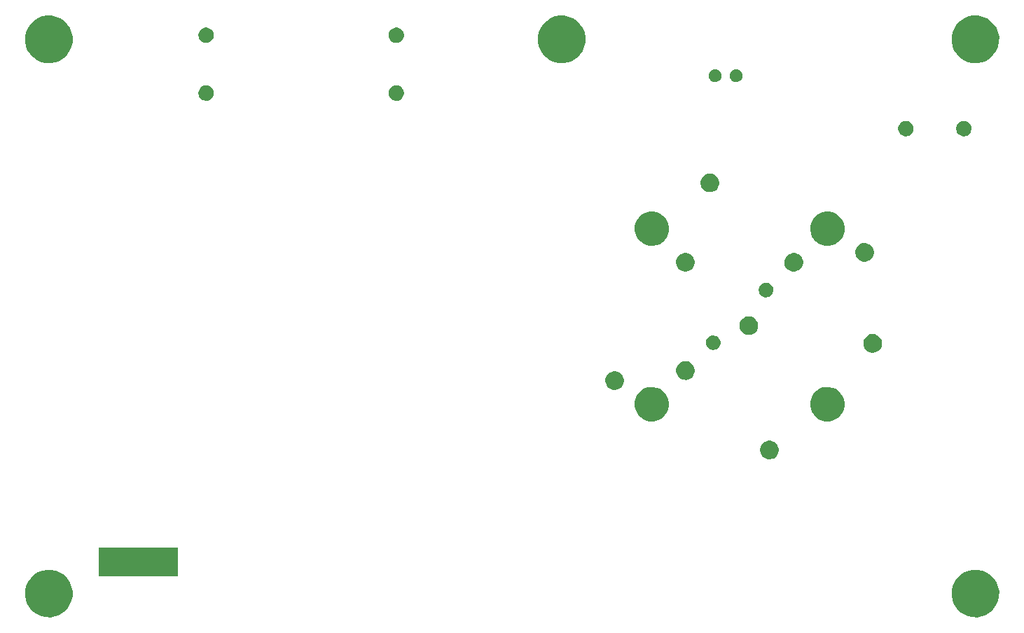
<source format=gts>
%FSLAX34Y34*%
G04 Gerber Fmt 3.4, Leading zero omitted, Abs format*
G04 (created by PCBNEW (2014-03-01 BZR 4730)-product) date Tuesday, July 01, 2014 'PMt' 01:30:25 PM*
%MOIN*%
G01*
G70*
G90*
G04 APERTURE LIST*
%ADD10C,0.006000*%
G04 APERTURE END LIST*
G54D10*
G36*
X26329Y-40834D02*
X26325Y-41086D01*
X26276Y-41304D01*
X26186Y-41506D01*
X26058Y-41688D01*
X25897Y-41841D01*
X25710Y-41960D01*
X25501Y-42041D01*
X25501Y-42041D01*
X25285Y-42079D01*
X25061Y-42074D01*
X24845Y-42027D01*
X24641Y-41938D01*
X24459Y-41811D01*
X24305Y-41651D01*
X24184Y-41464D01*
X24103Y-41259D01*
X24062Y-41039D01*
X24065Y-40818D01*
X24112Y-40600D01*
X24199Y-40396D01*
X24325Y-40213D01*
X24484Y-40057D01*
X24669Y-39936D01*
X24876Y-39852D01*
X25092Y-39811D01*
X25316Y-39813D01*
X25532Y-39857D01*
X25738Y-39944D01*
X25922Y-40068D01*
X26078Y-40225D01*
X26201Y-40411D01*
X26286Y-40615D01*
X26329Y-40834D01*
X26329Y-40834D01*
G37*
G36*
X26329Y-67212D02*
X26325Y-67464D01*
X26276Y-67682D01*
X26186Y-67884D01*
X26058Y-68066D01*
X25897Y-68219D01*
X25710Y-68338D01*
X25501Y-68419D01*
X25501Y-68419D01*
X25285Y-68457D01*
X25061Y-68452D01*
X24845Y-68405D01*
X24641Y-68316D01*
X24459Y-68189D01*
X24305Y-68029D01*
X24184Y-67842D01*
X24103Y-67637D01*
X24062Y-67417D01*
X24065Y-67196D01*
X24112Y-66978D01*
X24199Y-66774D01*
X24325Y-66591D01*
X24484Y-66435D01*
X24669Y-66314D01*
X24876Y-66230D01*
X25092Y-66189D01*
X25316Y-66191D01*
X25532Y-66235D01*
X25738Y-66322D01*
X25922Y-66445D01*
X26078Y-66603D01*
X26201Y-66789D01*
X26286Y-66993D01*
X26329Y-67212D01*
X26329Y-67212D01*
G37*
G36*
X31323Y-66520D02*
X27573Y-66520D01*
X27573Y-65133D01*
X31323Y-65133D01*
X31323Y-66520D01*
X31323Y-66520D01*
G37*
G36*
X33041Y-40713D02*
X33040Y-40793D01*
X33024Y-40864D01*
X32995Y-40928D01*
X32954Y-40987D01*
X32902Y-41037D01*
X32842Y-41074D01*
X32774Y-41101D01*
X32774Y-41101D01*
X32706Y-41113D01*
X32633Y-41111D01*
X32564Y-41096D01*
X32498Y-41067D01*
X32439Y-41027D01*
X32390Y-40975D01*
X32350Y-40914D01*
X32325Y-40849D01*
X32311Y-40777D01*
X32312Y-40708D01*
X32328Y-40636D01*
X32355Y-40571D01*
X32396Y-40512D01*
X32447Y-40462D01*
X32506Y-40423D01*
X32574Y-40396D01*
X32642Y-40383D01*
X32716Y-40383D01*
X32784Y-40397D01*
X32851Y-40425D01*
X32910Y-40465D01*
X32961Y-40516D01*
X33001Y-40576D01*
X33027Y-40641D01*
X33041Y-40713D01*
X33041Y-40713D01*
G37*
G36*
X33041Y-43468D02*
X33040Y-43549D01*
X33024Y-43619D01*
X32995Y-43684D01*
X32954Y-43743D01*
X32902Y-43793D01*
X32842Y-43830D01*
X32774Y-43857D01*
X32774Y-43857D01*
X32706Y-43869D01*
X32633Y-43867D01*
X32564Y-43852D01*
X32498Y-43823D01*
X32439Y-43782D01*
X32390Y-43731D01*
X32350Y-43670D01*
X32325Y-43605D01*
X32311Y-43533D01*
X32312Y-43464D01*
X32328Y-43392D01*
X32355Y-43327D01*
X32396Y-43268D01*
X32447Y-43218D01*
X32506Y-43179D01*
X32574Y-43152D01*
X32642Y-43139D01*
X32716Y-43139D01*
X32784Y-43153D01*
X32851Y-43181D01*
X32910Y-43221D01*
X32961Y-43272D01*
X33001Y-43332D01*
X33027Y-43397D01*
X33041Y-43468D01*
X33041Y-43468D01*
G37*
G36*
X42097Y-40713D02*
X42095Y-40793D01*
X42079Y-40864D01*
X42050Y-40928D01*
X42009Y-40987D01*
X41957Y-41037D01*
X41898Y-41074D01*
X41829Y-41101D01*
X41829Y-41101D01*
X41761Y-41113D01*
X41688Y-41111D01*
X41619Y-41096D01*
X41553Y-41067D01*
X41494Y-41027D01*
X41445Y-40975D01*
X41405Y-40914D01*
X41380Y-40849D01*
X41366Y-40777D01*
X41367Y-40708D01*
X41383Y-40636D01*
X41410Y-40571D01*
X41451Y-40512D01*
X41502Y-40462D01*
X41562Y-40423D01*
X41629Y-40396D01*
X41698Y-40383D01*
X41771Y-40383D01*
X41839Y-40397D01*
X41906Y-40425D01*
X41965Y-40465D01*
X42016Y-40516D01*
X42056Y-40576D01*
X42082Y-40641D01*
X42097Y-40713D01*
X42097Y-40713D01*
G37*
G36*
X42097Y-43468D02*
X42095Y-43549D01*
X42079Y-43619D01*
X42050Y-43684D01*
X42009Y-43743D01*
X41957Y-43793D01*
X41898Y-43830D01*
X41829Y-43857D01*
X41829Y-43857D01*
X41761Y-43869D01*
X41688Y-43867D01*
X41619Y-43852D01*
X41553Y-43823D01*
X41494Y-43782D01*
X41445Y-43731D01*
X41405Y-43670D01*
X41380Y-43605D01*
X41366Y-43533D01*
X41367Y-43464D01*
X41383Y-43392D01*
X41410Y-43327D01*
X41451Y-43268D01*
X41502Y-43218D01*
X41562Y-43179D01*
X41629Y-43152D01*
X41698Y-43139D01*
X41771Y-43139D01*
X41839Y-43153D01*
X41906Y-43181D01*
X41965Y-43221D01*
X42016Y-43272D01*
X42056Y-43332D01*
X42082Y-43397D01*
X42097Y-43468D01*
X42097Y-43468D01*
G37*
G36*
X50738Y-40834D02*
X50735Y-41086D01*
X50685Y-41304D01*
X50595Y-41506D01*
X50467Y-41688D01*
X50306Y-41841D01*
X50119Y-41960D01*
X49911Y-42041D01*
X49911Y-42041D01*
X49694Y-42079D01*
X49470Y-42074D01*
X49255Y-42027D01*
X49051Y-41938D01*
X48868Y-41811D01*
X48714Y-41651D01*
X48593Y-41464D01*
X48512Y-41259D01*
X48472Y-41039D01*
X48475Y-40818D01*
X48521Y-40600D01*
X48608Y-40396D01*
X48734Y-40213D01*
X48893Y-40057D01*
X49078Y-39936D01*
X49285Y-39852D01*
X49502Y-39811D01*
X49726Y-39813D01*
X49942Y-39857D01*
X50147Y-39944D01*
X50331Y-40068D01*
X50487Y-40225D01*
X50611Y-40411D01*
X50695Y-40615D01*
X50738Y-40834D01*
X50738Y-40834D01*
G37*
G36*
X52567Y-57142D02*
X52566Y-57240D01*
X52547Y-57325D01*
X52511Y-57405D01*
X52461Y-57476D01*
X52398Y-57536D01*
X52325Y-57582D01*
X52243Y-57614D01*
X52243Y-57614D01*
X52159Y-57629D01*
X52070Y-57627D01*
X51987Y-57609D01*
X51906Y-57573D01*
X51835Y-57524D01*
X51775Y-57462D01*
X51727Y-57388D01*
X51696Y-57308D01*
X51680Y-57221D01*
X51681Y-57136D01*
X51699Y-57049D01*
X51733Y-56970D01*
X51783Y-56898D01*
X51845Y-56837D01*
X51917Y-56790D01*
X51999Y-56757D01*
X52083Y-56741D01*
X52171Y-56741D01*
X52255Y-56759D01*
X52336Y-56793D01*
X52408Y-56841D01*
X52469Y-56903D01*
X52518Y-56976D01*
X52550Y-57055D01*
X52567Y-57142D01*
X52567Y-57142D01*
G37*
G36*
X54712Y-49878D02*
X54709Y-50060D01*
X54674Y-50217D01*
X54609Y-50363D01*
X54516Y-50494D01*
X54400Y-50605D01*
X54265Y-50690D01*
X54114Y-50749D01*
X54114Y-50749D01*
X53959Y-50776D01*
X53796Y-50773D01*
X53641Y-50739D01*
X53494Y-50674D01*
X53362Y-50583D01*
X53251Y-50468D01*
X53163Y-50332D01*
X53105Y-50185D01*
X53076Y-50025D01*
X53078Y-49867D01*
X53112Y-49709D01*
X53174Y-49562D01*
X53265Y-49429D01*
X53380Y-49317D01*
X53513Y-49230D01*
X53663Y-49169D01*
X53819Y-49139D01*
X53981Y-49141D01*
X54137Y-49172D01*
X54285Y-49235D01*
X54418Y-49324D01*
X54531Y-49438D01*
X54620Y-49572D01*
X54681Y-49719D01*
X54712Y-49878D01*
X54712Y-49878D01*
G37*
G36*
X54712Y-58230D02*
X54709Y-58412D01*
X54674Y-58569D01*
X54609Y-58715D01*
X54516Y-58846D01*
X54400Y-58957D01*
X54265Y-59042D01*
X54114Y-59101D01*
X54114Y-59101D01*
X53959Y-59128D01*
X53796Y-59125D01*
X53641Y-59091D01*
X53494Y-59026D01*
X53362Y-58935D01*
X53251Y-58820D01*
X53163Y-58684D01*
X53105Y-58537D01*
X53076Y-58377D01*
X53078Y-58219D01*
X53112Y-58060D01*
X53174Y-57914D01*
X53265Y-57781D01*
X53380Y-57669D01*
X53513Y-57582D01*
X53663Y-57521D01*
X53819Y-57491D01*
X53981Y-57492D01*
X54137Y-57524D01*
X54285Y-57587D01*
X54418Y-57676D01*
X54531Y-57790D01*
X54620Y-57924D01*
X54681Y-58071D01*
X54712Y-58230D01*
X54712Y-58230D01*
G37*
G36*
X55936Y-51513D02*
X55935Y-51611D01*
X55915Y-51696D01*
X55880Y-51775D01*
X55830Y-51846D01*
X55766Y-51907D01*
X55694Y-51953D01*
X55611Y-51985D01*
X55611Y-51985D01*
X55528Y-52000D01*
X55439Y-51998D01*
X55355Y-51979D01*
X55275Y-51944D01*
X55204Y-51895D01*
X55143Y-51832D01*
X55096Y-51758D01*
X55064Y-51679D01*
X55048Y-51592D01*
X55049Y-51507D01*
X55068Y-51420D01*
X55102Y-51341D01*
X55151Y-51269D01*
X55213Y-51208D01*
X55286Y-51161D01*
X55367Y-51128D01*
X55451Y-51112D01*
X55540Y-51112D01*
X55623Y-51129D01*
X55705Y-51164D01*
X55776Y-51212D01*
X55838Y-51274D01*
X55886Y-51347D01*
X55919Y-51426D01*
X55936Y-51513D01*
X55936Y-51513D01*
G37*
G36*
X55936Y-56669D02*
X55935Y-56766D01*
X55915Y-56852D01*
X55880Y-56931D01*
X55830Y-57002D01*
X55766Y-57063D01*
X55694Y-57109D01*
X55611Y-57141D01*
X55611Y-57141D01*
X55528Y-57156D01*
X55439Y-57154D01*
X55355Y-57135D01*
X55275Y-57100D01*
X55204Y-57051D01*
X55143Y-56988D01*
X55096Y-56914D01*
X55064Y-56835D01*
X55048Y-56748D01*
X55049Y-56663D01*
X55068Y-56576D01*
X55102Y-56497D01*
X55151Y-56425D01*
X55213Y-56364D01*
X55286Y-56317D01*
X55367Y-56284D01*
X55451Y-56268D01*
X55540Y-56268D01*
X55623Y-56285D01*
X55705Y-56320D01*
X55776Y-56368D01*
X55838Y-56430D01*
X55886Y-56503D01*
X55919Y-56582D01*
X55936Y-56669D01*
X55936Y-56669D01*
G37*
G36*
X57094Y-47732D02*
X57093Y-47830D01*
X57073Y-47916D01*
X57038Y-47995D01*
X56988Y-48066D01*
X56925Y-48127D01*
X56852Y-48173D01*
X56769Y-48205D01*
X56769Y-48205D01*
X56686Y-48219D01*
X56597Y-48217D01*
X56513Y-48199D01*
X56433Y-48164D01*
X56362Y-48114D01*
X56302Y-48052D01*
X56254Y-47978D01*
X56223Y-47899D01*
X56207Y-47811D01*
X56208Y-47726D01*
X56226Y-47640D01*
X56260Y-47561D01*
X56309Y-47489D01*
X56372Y-47428D01*
X56444Y-47380D01*
X56526Y-47347D01*
X56609Y-47331D01*
X56698Y-47332D01*
X56782Y-47349D01*
X56863Y-47383D01*
X56935Y-47432D01*
X56996Y-47493D01*
X57044Y-47566D01*
X57077Y-47646D01*
X57094Y-47732D01*
X57094Y-47732D01*
G37*
G36*
X57163Y-55353D02*
X57162Y-55429D01*
X57146Y-55496D01*
X57119Y-55557D01*
X57080Y-55613D01*
X57031Y-55660D01*
X56975Y-55695D01*
X56910Y-55720D01*
X56910Y-55720D01*
X56845Y-55732D01*
X56776Y-55730D01*
X56711Y-55716D01*
X56648Y-55689D01*
X56593Y-55650D01*
X56546Y-55602D01*
X56509Y-55544D01*
X56485Y-55482D01*
X56472Y-55414D01*
X56473Y-55348D01*
X56487Y-55281D01*
X56514Y-55219D01*
X56552Y-55163D01*
X56601Y-55116D01*
X56657Y-55079D01*
X56721Y-55053D01*
X56785Y-55041D01*
X56855Y-55041D01*
X56919Y-55055D01*
X56983Y-55081D01*
X57039Y-55119D01*
X57086Y-55167D01*
X57124Y-55224D01*
X57149Y-55285D01*
X57163Y-55353D01*
X57163Y-55353D01*
G37*
G36*
X57207Y-42647D02*
X57206Y-42714D01*
X57192Y-42774D01*
X57168Y-42828D01*
X57134Y-42877D01*
X57090Y-42919D01*
X57040Y-42951D01*
X56983Y-42973D01*
X56983Y-42973D01*
X56926Y-42983D01*
X56864Y-42982D01*
X56807Y-42969D01*
X56751Y-42945D01*
X56702Y-42910D01*
X56661Y-42868D01*
X56628Y-42816D01*
X56606Y-42762D01*
X56595Y-42701D01*
X56596Y-42643D01*
X56608Y-42583D01*
X56632Y-42529D01*
X56666Y-42479D01*
X56709Y-42437D01*
X56758Y-42405D01*
X56815Y-42382D01*
X56872Y-42371D01*
X56934Y-42371D01*
X56991Y-42383D01*
X57047Y-42407D01*
X57097Y-42440D01*
X57139Y-42482D01*
X57173Y-42533D01*
X57195Y-42587D01*
X57207Y-42647D01*
X57207Y-42647D01*
G37*
G36*
X58207Y-42647D02*
X58206Y-42714D01*
X58192Y-42774D01*
X58168Y-42828D01*
X58134Y-42877D01*
X58090Y-42919D01*
X58040Y-42951D01*
X57983Y-42973D01*
X57983Y-42973D01*
X57926Y-42983D01*
X57864Y-42982D01*
X57807Y-42969D01*
X57751Y-42945D01*
X57702Y-42910D01*
X57661Y-42868D01*
X57628Y-42816D01*
X57606Y-42762D01*
X57595Y-42701D01*
X57596Y-42643D01*
X57608Y-42583D01*
X57632Y-42529D01*
X57666Y-42479D01*
X57709Y-42437D01*
X57758Y-42405D01*
X57815Y-42382D01*
X57872Y-42371D01*
X57934Y-42371D01*
X57991Y-42383D01*
X58047Y-42407D01*
X58097Y-42440D01*
X58139Y-42482D01*
X58173Y-42533D01*
X58195Y-42587D01*
X58207Y-42647D01*
X58207Y-42647D01*
G37*
G36*
X58951Y-54528D02*
X58950Y-54625D01*
X58930Y-54711D01*
X58895Y-54790D01*
X58845Y-54861D01*
X58781Y-54922D01*
X58709Y-54968D01*
X58626Y-55000D01*
X58626Y-55000D01*
X58543Y-55015D01*
X58454Y-55013D01*
X58370Y-54994D01*
X58290Y-54959D01*
X58218Y-54910D01*
X58158Y-54847D01*
X58111Y-54773D01*
X58079Y-54694D01*
X58063Y-54607D01*
X58064Y-54522D01*
X58083Y-54435D01*
X58117Y-54356D01*
X58166Y-54284D01*
X58228Y-54223D01*
X58300Y-54176D01*
X58382Y-54143D01*
X58466Y-54127D01*
X58555Y-54127D01*
X58638Y-54144D01*
X58720Y-54179D01*
X58791Y-54227D01*
X58853Y-54289D01*
X58901Y-54362D01*
X58934Y-54441D01*
X58951Y-54528D01*
X58951Y-54528D01*
G37*
G36*
X59668Y-52848D02*
X59667Y-52923D01*
X59652Y-52990D01*
X59625Y-53052D01*
X59586Y-53107D01*
X59536Y-53154D01*
X59480Y-53190D01*
X59415Y-53215D01*
X59415Y-53215D01*
X59351Y-53226D01*
X59281Y-53225D01*
X59216Y-53211D01*
X59154Y-53183D01*
X59098Y-53145D01*
X59052Y-53096D01*
X59014Y-53038D01*
X58990Y-52977D01*
X58978Y-52909D01*
X58978Y-52843D01*
X58993Y-52775D01*
X59019Y-52714D01*
X59058Y-52658D01*
X59106Y-52610D01*
X59162Y-52574D01*
X59226Y-52548D01*
X59291Y-52535D01*
X59360Y-52536D01*
X59425Y-52549D01*
X59488Y-52576D01*
X59544Y-52613D01*
X59592Y-52661D01*
X59629Y-52718D01*
X59655Y-52780D01*
X59668Y-52848D01*
X59668Y-52848D01*
G37*
G36*
X59934Y-60449D02*
X59932Y-60547D01*
X59913Y-60633D01*
X59878Y-60712D01*
X59827Y-60783D01*
X59764Y-60843D01*
X59692Y-60889D01*
X59609Y-60921D01*
X59609Y-60921D01*
X59525Y-60936D01*
X59437Y-60934D01*
X59353Y-60916D01*
X59273Y-60881D01*
X59201Y-60831D01*
X59141Y-60769D01*
X59093Y-60695D01*
X59062Y-60615D01*
X59046Y-60528D01*
X59047Y-60443D01*
X59065Y-60356D01*
X59099Y-60277D01*
X59149Y-60205D01*
X59211Y-60144D01*
X59283Y-60097D01*
X59365Y-60064D01*
X59449Y-60048D01*
X59537Y-60049D01*
X59621Y-60066D01*
X59702Y-60100D01*
X59774Y-60148D01*
X59835Y-60210D01*
X59884Y-60283D01*
X59916Y-60362D01*
X59934Y-60449D01*
X59934Y-60449D01*
G37*
G36*
X61092Y-51513D02*
X61091Y-51611D01*
X61071Y-51696D01*
X61036Y-51775D01*
X60986Y-51846D01*
X60922Y-51907D01*
X60850Y-51953D01*
X60767Y-51985D01*
X60767Y-51985D01*
X60684Y-52000D01*
X60595Y-51998D01*
X60511Y-51979D01*
X60431Y-51944D01*
X60359Y-51895D01*
X60299Y-51832D01*
X60252Y-51758D01*
X60220Y-51679D01*
X60204Y-51592D01*
X60205Y-51507D01*
X60224Y-51420D01*
X60258Y-51341D01*
X60307Y-51269D01*
X60369Y-51208D01*
X60441Y-51161D01*
X60523Y-51128D01*
X60607Y-51112D01*
X60696Y-51112D01*
X60779Y-51129D01*
X60861Y-51164D01*
X60932Y-51212D01*
X60994Y-51274D01*
X61042Y-51347D01*
X61075Y-51426D01*
X61092Y-51513D01*
X61092Y-51513D01*
G37*
G36*
X63064Y-49878D02*
X63061Y-50060D01*
X63026Y-50217D01*
X62961Y-50363D01*
X62868Y-50494D01*
X62752Y-50605D01*
X62617Y-50690D01*
X62466Y-50749D01*
X62466Y-50749D01*
X62311Y-50776D01*
X62148Y-50773D01*
X61993Y-50739D01*
X61845Y-50674D01*
X61714Y-50583D01*
X61603Y-50468D01*
X61515Y-50332D01*
X61457Y-50185D01*
X61428Y-50025D01*
X61430Y-49867D01*
X61464Y-49709D01*
X61526Y-49562D01*
X61617Y-49429D01*
X61732Y-49317D01*
X61865Y-49230D01*
X62015Y-49169D01*
X62171Y-49139D01*
X62333Y-49141D01*
X62489Y-49172D01*
X62637Y-49235D01*
X62770Y-49324D01*
X62883Y-49438D01*
X62972Y-49572D01*
X63033Y-49719D01*
X63064Y-49878D01*
X63064Y-49878D01*
G37*
G36*
X63064Y-58230D02*
X63061Y-58412D01*
X63026Y-58569D01*
X62961Y-58715D01*
X62868Y-58846D01*
X62752Y-58957D01*
X62617Y-59042D01*
X62466Y-59101D01*
X62466Y-59101D01*
X62311Y-59128D01*
X62148Y-59125D01*
X61993Y-59091D01*
X61845Y-59026D01*
X61714Y-58935D01*
X61603Y-58820D01*
X61515Y-58684D01*
X61457Y-58537D01*
X61428Y-58377D01*
X61430Y-58219D01*
X61464Y-58060D01*
X61526Y-57914D01*
X61617Y-57781D01*
X61732Y-57669D01*
X61865Y-57582D01*
X62015Y-57521D01*
X62171Y-57491D01*
X62333Y-57492D01*
X62489Y-57524D01*
X62637Y-57587D01*
X62770Y-57676D01*
X62883Y-57790D01*
X62972Y-57924D01*
X63033Y-58071D01*
X63064Y-58230D01*
X63064Y-58230D01*
G37*
G36*
X64460Y-51039D02*
X64459Y-51137D01*
X64440Y-51223D01*
X64404Y-51302D01*
X64354Y-51373D01*
X64291Y-51434D01*
X64218Y-51480D01*
X64136Y-51512D01*
X64136Y-51512D01*
X64052Y-51526D01*
X63963Y-51525D01*
X63880Y-51506D01*
X63799Y-51471D01*
X63728Y-51421D01*
X63668Y-51359D01*
X63620Y-51285D01*
X63589Y-51206D01*
X63573Y-51118D01*
X63574Y-51033D01*
X63592Y-50947D01*
X63626Y-50868D01*
X63675Y-50796D01*
X63738Y-50735D01*
X63810Y-50688D01*
X63892Y-50654D01*
X63975Y-50638D01*
X64064Y-50639D01*
X64148Y-50656D01*
X64229Y-50690D01*
X64301Y-50739D01*
X64362Y-50800D01*
X64411Y-50873D01*
X64443Y-50953D01*
X64460Y-51039D01*
X64460Y-51039D01*
G37*
G36*
X64845Y-55371D02*
X64843Y-55469D01*
X64824Y-55555D01*
X64789Y-55634D01*
X64738Y-55705D01*
X64675Y-55766D01*
X64603Y-55812D01*
X64520Y-55844D01*
X64520Y-55844D01*
X64436Y-55858D01*
X64348Y-55856D01*
X64264Y-55838D01*
X64184Y-55803D01*
X64112Y-55753D01*
X64052Y-55691D01*
X64004Y-55617D01*
X63973Y-55538D01*
X63957Y-55450D01*
X63958Y-55365D01*
X63976Y-55279D01*
X64010Y-55200D01*
X64060Y-55128D01*
X64122Y-55067D01*
X64194Y-55019D01*
X64276Y-54986D01*
X64360Y-54970D01*
X64448Y-54971D01*
X64532Y-54988D01*
X64613Y-55022D01*
X64685Y-55071D01*
X64746Y-55132D01*
X64795Y-55205D01*
X64827Y-55285D01*
X64845Y-55371D01*
X64845Y-55371D01*
G37*
G36*
X66349Y-45161D02*
X66347Y-45242D01*
X66331Y-45312D01*
X66302Y-45377D01*
X66261Y-45436D01*
X66209Y-45485D01*
X66150Y-45523D01*
X66081Y-45550D01*
X66081Y-45550D01*
X66013Y-45562D01*
X65940Y-45560D01*
X65871Y-45545D01*
X65805Y-45516D01*
X65746Y-45475D01*
X65697Y-45424D01*
X65657Y-45363D01*
X65632Y-45298D01*
X65618Y-45226D01*
X65619Y-45156D01*
X65635Y-45085D01*
X65662Y-45020D01*
X65703Y-44961D01*
X65754Y-44911D01*
X65814Y-44872D01*
X65881Y-44844D01*
X65950Y-44831D01*
X66023Y-44832D01*
X66091Y-44846D01*
X66158Y-44874D01*
X66217Y-44914D01*
X66268Y-44965D01*
X66308Y-45025D01*
X66334Y-45090D01*
X66349Y-45161D01*
X66349Y-45161D01*
G37*
G36*
X69104Y-45161D02*
X69103Y-45242D01*
X69087Y-45312D01*
X69058Y-45377D01*
X69017Y-45436D01*
X68965Y-45485D01*
X68905Y-45523D01*
X68837Y-45550D01*
X68837Y-45550D01*
X68769Y-45562D01*
X68696Y-45560D01*
X68627Y-45545D01*
X68561Y-45516D01*
X68502Y-45475D01*
X68453Y-45424D01*
X68413Y-45363D01*
X68388Y-45298D01*
X68374Y-45226D01*
X68375Y-45156D01*
X68390Y-45085D01*
X68418Y-45020D01*
X68459Y-44961D01*
X68510Y-44911D01*
X68569Y-44872D01*
X68637Y-44844D01*
X68705Y-44831D01*
X68779Y-44832D01*
X68847Y-44846D01*
X68914Y-44874D01*
X68973Y-44914D01*
X69024Y-44965D01*
X69063Y-45025D01*
X69090Y-45090D01*
X69104Y-45161D01*
X69104Y-45161D01*
G37*
G36*
X70423Y-40834D02*
X70420Y-41086D01*
X70370Y-41304D01*
X70280Y-41506D01*
X70152Y-41688D01*
X69991Y-41841D01*
X69804Y-41960D01*
X69596Y-42041D01*
X69596Y-42041D01*
X69379Y-42079D01*
X69155Y-42074D01*
X68940Y-42027D01*
X68736Y-41938D01*
X68553Y-41811D01*
X68399Y-41651D01*
X68278Y-41464D01*
X68197Y-41259D01*
X68157Y-41039D01*
X68160Y-40818D01*
X68206Y-40600D01*
X68294Y-40396D01*
X68419Y-40213D01*
X68578Y-40057D01*
X68763Y-39936D01*
X68970Y-39852D01*
X69187Y-39811D01*
X69411Y-39813D01*
X69627Y-39857D01*
X69832Y-39944D01*
X70016Y-40068D01*
X70173Y-40225D01*
X70296Y-40411D01*
X70380Y-40615D01*
X70423Y-40834D01*
X70423Y-40834D01*
G37*
G36*
X70423Y-67212D02*
X70420Y-67464D01*
X70370Y-67682D01*
X70280Y-67884D01*
X70152Y-68066D01*
X69991Y-68219D01*
X69804Y-68338D01*
X69596Y-68419D01*
X69596Y-68419D01*
X69379Y-68457D01*
X69155Y-68452D01*
X68940Y-68405D01*
X68736Y-68316D01*
X68553Y-68189D01*
X68399Y-68029D01*
X68278Y-67842D01*
X68197Y-67637D01*
X68157Y-67417D01*
X68160Y-67196D01*
X68206Y-66978D01*
X68294Y-66774D01*
X68419Y-66591D01*
X68578Y-66435D01*
X68763Y-66314D01*
X68970Y-66230D01*
X69187Y-66189D01*
X69411Y-66191D01*
X69627Y-66235D01*
X69832Y-66322D01*
X70016Y-66445D01*
X70173Y-66603D01*
X70296Y-66789D01*
X70380Y-66993D01*
X70423Y-67212D01*
X70423Y-67212D01*
G37*
M02*

</source>
